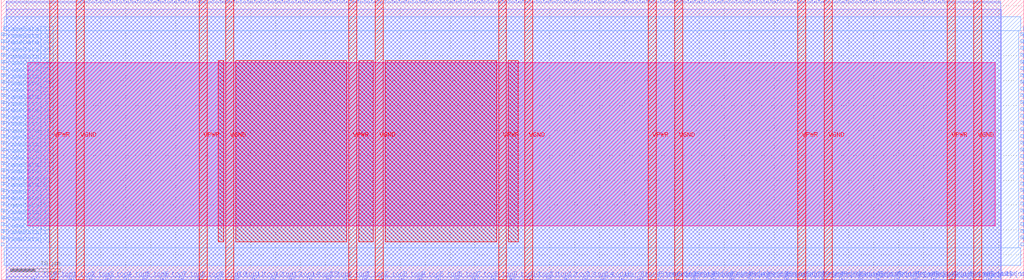
<source format=lef>
VERSION 5.7 ;
  NOWIREEXTENSIONATPIN ON ;
  DIVIDERCHAR "/" ;
  BUSBITCHARS "[]" ;
MACRO S_CPU_IF
  CLASS BLOCK ;
  FOREIGN S_CPU_IF ;
  ORIGIN 0.000 0.000 ;
  SIZE 205.000 BY 56.250 ;
  PIN Co
    DIRECTION OUTPUT ;
    USE SIGNAL ;
    PORT
      LAYER met2 ;
        RECT 87.950 55.970 88.230 56.250 ;
    END
  END Co
  PIN FrameData[0]
    DIRECTION INPUT ;
    USE SIGNAL ;
    ANTENNAGATEAREA 0.196500 ;
    PORT
      LAYER met3 ;
        RECT 0.000 6.840 0.600 7.440 ;
    END
  END FrameData[0]
  PIN FrameData[10]
    DIRECTION INPUT ;
    USE SIGNAL ;
    ANTENNAGATEAREA 0.213000 ;
    PORT
      LAYER met3 ;
        RECT 0.000 20.440 0.600 21.040 ;
    END
  END FrameData[10]
  PIN FrameData[11]
    DIRECTION INPUT ;
    USE SIGNAL ;
    ANTENNAGATEAREA 0.213000 ;
    PORT
      LAYER met3 ;
        RECT 0.000 21.800 0.600 22.400 ;
    END
  END FrameData[11]
  PIN FrameData[12]
    DIRECTION INPUT ;
    USE SIGNAL ;
    ANTENNAGATEAREA 0.213000 ;
    PORT
      LAYER met3 ;
        RECT 0.000 23.160 0.600 23.760 ;
    END
  END FrameData[12]
  PIN FrameData[13]
    DIRECTION INPUT ;
    USE SIGNAL ;
    ANTENNAGATEAREA 0.213000 ;
    PORT
      LAYER met3 ;
        RECT 0.000 24.520 0.600 25.120 ;
    END
  END FrameData[13]
  PIN FrameData[14]
    DIRECTION INPUT ;
    USE SIGNAL ;
    ANTENNAGATEAREA 0.196500 ;
    PORT
      LAYER met3 ;
        RECT 0.000 25.880 0.600 26.480 ;
    END
  END FrameData[14]
  PIN FrameData[15]
    DIRECTION INPUT ;
    USE SIGNAL ;
    ANTENNAGATEAREA 0.196500 ;
    PORT
      LAYER met3 ;
        RECT 0.000 27.240 0.600 27.840 ;
    END
  END FrameData[15]
  PIN FrameData[16]
    DIRECTION INPUT ;
    USE SIGNAL ;
    ANTENNAGATEAREA 0.196500 ;
    PORT
      LAYER met3 ;
        RECT 0.000 28.600 0.600 29.200 ;
    END
  END FrameData[16]
  PIN FrameData[17]
    DIRECTION INPUT ;
    USE SIGNAL ;
    ANTENNAGATEAREA 0.213000 ;
    PORT
      LAYER met3 ;
        RECT 0.000 29.960 0.600 30.560 ;
    END
  END FrameData[17]
  PIN FrameData[18]
    DIRECTION INPUT ;
    USE SIGNAL ;
    ANTENNAGATEAREA 0.196500 ;
    PORT
      LAYER met3 ;
        RECT 0.000 31.320 0.600 31.920 ;
    END
  END FrameData[18]
  PIN FrameData[19]
    DIRECTION INPUT ;
    USE SIGNAL ;
    ANTENNAGATEAREA 0.126000 ;
    PORT
      LAYER met3 ;
        RECT 0.000 32.680 0.600 33.280 ;
    END
  END FrameData[19]
  PIN FrameData[1]
    DIRECTION INPUT ;
    USE SIGNAL ;
    ANTENNAGATEAREA 0.126000 ;
    PORT
      LAYER met3 ;
        RECT 0.000 8.200 0.600 8.800 ;
    END
  END FrameData[1]
  PIN FrameData[20]
    DIRECTION INPUT ;
    USE SIGNAL ;
    ANTENNAGATEAREA 0.213000 ;
    PORT
      LAYER met3 ;
        RECT 0.000 34.040 0.600 34.640 ;
    END
  END FrameData[20]
  PIN FrameData[21]
    DIRECTION INPUT ;
    USE SIGNAL ;
    ANTENNAGATEAREA 0.213000 ;
    PORT
      LAYER met3 ;
        RECT 0.000 35.400 0.600 36.000 ;
    END
  END FrameData[21]
  PIN FrameData[22]
    DIRECTION INPUT ;
    USE SIGNAL ;
    ANTENNAGATEAREA 0.213000 ;
    PORT
      LAYER met3 ;
        RECT 0.000 36.760 0.600 37.360 ;
    END
  END FrameData[22]
  PIN FrameData[23]
    DIRECTION INPUT ;
    USE SIGNAL ;
    ANTENNAGATEAREA 0.213000 ;
    PORT
      LAYER met3 ;
        RECT 0.000 38.120 0.600 38.720 ;
    END
  END FrameData[23]
  PIN FrameData[24]
    DIRECTION INPUT ;
    USE SIGNAL ;
    ANTENNAGATEAREA 0.126000 ;
    PORT
      LAYER met3 ;
        RECT 0.000 39.480 0.600 40.080 ;
    END
  END FrameData[24]
  PIN FrameData[25]
    DIRECTION INPUT ;
    USE SIGNAL ;
    ANTENNAGATEAREA 0.213000 ;
    PORT
      LAYER met3 ;
        RECT 0.000 40.840 0.600 41.440 ;
    END
  END FrameData[25]
  PIN FrameData[26]
    DIRECTION INPUT ;
    USE SIGNAL ;
    ANTENNAGATEAREA 0.196500 ;
    PORT
      LAYER met3 ;
        RECT 0.000 42.200 0.600 42.800 ;
    END
  END FrameData[26]
  PIN FrameData[27]
    DIRECTION INPUT ;
    USE SIGNAL ;
    ANTENNAGATEAREA 0.196500 ;
    PORT
      LAYER met3 ;
        RECT 0.000 43.560 0.600 44.160 ;
    END
  END FrameData[27]
  PIN FrameData[28]
    DIRECTION INPUT ;
    USE SIGNAL ;
    ANTENNAGATEAREA 0.213000 ;
    PORT
      LAYER met3 ;
        RECT 0.000 44.920 0.600 45.520 ;
    END
  END FrameData[28]
  PIN FrameData[29]
    DIRECTION INPUT ;
    USE SIGNAL ;
    ANTENNAGATEAREA 0.213000 ;
    PORT
      LAYER met3 ;
        RECT 0.000 46.280 0.600 46.880 ;
    END
  END FrameData[29]
  PIN FrameData[2]
    DIRECTION INPUT ;
    USE SIGNAL ;
    ANTENNAGATEAREA 0.196500 ;
    PORT
      LAYER met3 ;
        RECT 0.000 9.560 0.600 10.160 ;
    END
  END FrameData[2]
  PIN FrameData[30]
    DIRECTION INPUT ;
    USE SIGNAL ;
    ANTENNAGATEAREA 0.126000 ;
    PORT
      LAYER met3 ;
        RECT 0.000 47.640 0.600 48.240 ;
    END
  END FrameData[30]
  PIN FrameData[31]
    DIRECTION INPUT ;
    USE SIGNAL ;
    ANTENNAGATEAREA 0.126000 ;
    PORT
      LAYER met3 ;
        RECT 0.000 49.000 0.600 49.600 ;
    END
  END FrameData[31]
  PIN FrameData[3]
    DIRECTION INPUT ;
    USE SIGNAL ;
    ANTENNAGATEAREA 0.196500 ;
    PORT
      LAYER met3 ;
        RECT 0.000 10.920 0.600 11.520 ;
    END
  END FrameData[3]
  PIN FrameData[4]
    DIRECTION INPUT ;
    USE SIGNAL ;
    ANTENNAGATEAREA 0.126000 ;
    PORT
      LAYER met3 ;
        RECT 0.000 12.280 0.600 12.880 ;
    END
  END FrameData[4]
  PIN FrameData[5]
    DIRECTION INPUT ;
    USE SIGNAL ;
    ANTENNAGATEAREA 0.213000 ;
    PORT
      LAYER met3 ;
        RECT 0.000 13.640 0.600 14.240 ;
    END
  END FrameData[5]
  PIN FrameData[6]
    DIRECTION INPUT ;
    USE SIGNAL ;
    ANTENNAGATEAREA 0.196500 ;
    PORT
      LAYER met3 ;
        RECT 0.000 15.000 0.600 15.600 ;
    END
  END FrameData[6]
  PIN FrameData[7]
    DIRECTION INPUT ;
    USE SIGNAL ;
    ANTENNAGATEAREA 0.126000 ;
    PORT
      LAYER met3 ;
        RECT 0.000 16.360 0.600 16.960 ;
    END
  END FrameData[7]
  PIN FrameData[8]
    DIRECTION INPUT ;
    USE SIGNAL ;
    ANTENNAGATEAREA 0.196500 ;
    PORT
      LAYER met3 ;
        RECT 0.000 17.720 0.600 18.320 ;
    END
  END FrameData[8]
  PIN FrameData[9]
    DIRECTION INPUT ;
    USE SIGNAL ;
    ANTENNAGATEAREA 0.196500 ;
    PORT
      LAYER met3 ;
        RECT 0.000 19.080 0.600 19.680 ;
    END
  END FrameData[9]
  PIN FrameData_O[0]
    DIRECTION OUTPUT ;
    USE SIGNAL ;
    ANTENNADIFFAREA 0.445500 ;
    PORT
      LAYER met3 ;
        RECT 204.400 6.840 205.000 7.440 ;
    END
  END FrameData_O[0]
  PIN FrameData_O[10]
    DIRECTION OUTPUT ;
    USE SIGNAL ;
    ANTENNADIFFAREA 0.445500 ;
    PORT
      LAYER met3 ;
        RECT 204.400 20.440 205.000 21.040 ;
    END
  END FrameData_O[10]
  PIN FrameData_O[11]
    DIRECTION OUTPUT ;
    USE SIGNAL ;
    ANTENNADIFFAREA 0.445500 ;
    PORT
      LAYER met3 ;
        RECT 204.400 21.800 205.000 22.400 ;
    END
  END FrameData_O[11]
  PIN FrameData_O[12]
    DIRECTION OUTPUT ;
    USE SIGNAL ;
    ANTENNADIFFAREA 0.445500 ;
    PORT
      LAYER met3 ;
        RECT 204.400 23.160 205.000 23.760 ;
    END
  END FrameData_O[12]
  PIN FrameData_O[13]
    DIRECTION OUTPUT ;
    USE SIGNAL ;
    ANTENNADIFFAREA 0.445500 ;
    PORT
      LAYER met3 ;
        RECT 204.400 24.520 205.000 25.120 ;
    END
  END FrameData_O[13]
  PIN FrameData_O[14]
    DIRECTION OUTPUT ;
    USE SIGNAL ;
    ANTENNADIFFAREA 0.445500 ;
    PORT
      LAYER met3 ;
        RECT 204.400 25.880 205.000 26.480 ;
    END
  END FrameData_O[14]
  PIN FrameData_O[15]
    DIRECTION OUTPUT ;
    USE SIGNAL ;
    ANTENNADIFFAREA 0.445500 ;
    PORT
      LAYER met3 ;
        RECT 204.400 27.240 205.000 27.840 ;
    END
  END FrameData_O[15]
  PIN FrameData_O[16]
    DIRECTION OUTPUT ;
    USE SIGNAL ;
    ANTENNADIFFAREA 0.445500 ;
    PORT
      LAYER met3 ;
        RECT 204.400 28.600 205.000 29.200 ;
    END
  END FrameData_O[16]
  PIN FrameData_O[17]
    DIRECTION OUTPUT ;
    USE SIGNAL ;
    ANTENNADIFFAREA 0.445500 ;
    PORT
      LAYER met3 ;
        RECT 204.400 29.960 205.000 30.560 ;
    END
  END FrameData_O[17]
  PIN FrameData_O[18]
    DIRECTION OUTPUT ;
    USE SIGNAL ;
    ANTENNADIFFAREA 0.445500 ;
    PORT
      LAYER met3 ;
        RECT 204.400 31.320 205.000 31.920 ;
    END
  END FrameData_O[18]
  PIN FrameData_O[19]
    DIRECTION OUTPUT ;
    USE SIGNAL ;
    ANTENNADIFFAREA 0.445500 ;
    PORT
      LAYER met3 ;
        RECT 204.400 32.680 205.000 33.280 ;
    END
  END FrameData_O[19]
  PIN FrameData_O[1]
    DIRECTION OUTPUT ;
    USE SIGNAL ;
    ANTENNADIFFAREA 0.445500 ;
    PORT
      LAYER met3 ;
        RECT 204.400 8.200 205.000 8.800 ;
    END
  END FrameData_O[1]
  PIN FrameData_O[20]
    DIRECTION OUTPUT ;
    USE SIGNAL ;
    ANTENNADIFFAREA 0.445500 ;
    PORT
      LAYER met3 ;
        RECT 204.400 34.040 205.000 34.640 ;
    END
  END FrameData_O[20]
  PIN FrameData_O[21]
    DIRECTION OUTPUT ;
    USE SIGNAL ;
    ANTENNADIFFAREA 0.445500 ;
    PORT
      LAYER met3 ;
        RECT 204.400 35.400 205.000 36.000 ;
    END
  END FrameData_O[21]
  PIN FrameData_O[22]
    DIRECTION OUTPUT ;
    USE SIGNAL ;
    ANTENNADIFFAREA 0.445500 ;
    PORT
      LAYER met3 ;
        RECT 204.400 36.760 205.000 37.360 ;
    END
  END FrameData_O[22]
  PIN FrameData_O[23]
    DIRECTION OUTPUT ;
    USE SIGNAL ;
    ANTENNADIFFAREA 0.445500 ;
    PORT
      LAYER met3 ;
        RECT 204.400 38.120 205.000 38.720 ;
    END
  END FrameData_O[23]
  PIN FrameData_O[24]
    DIRECTION OUTPUT ;
    USE SIGNAL ;
    ANTENNADIFFAREA 0.445500 ;
    PORT
      LAYER met3 ;
        RECT 204.400 39.480 205.000 40.080 ;
    END
  END FrameData_O[24]
  PIN FrameData_O[25]
    DIRECTION OUTPUT ;
    USE SIGNAL ;
    ANTENNADIFFAREA 0.445500 ;
    PORT
      LAYER met3 ;
        RECT 204.400 40.840 205.000 41.440 ;
    END
  END FrameData_O[25]
  PIN FrameData_O[26]
    DIRECTION OUTPUT ;
    USE SIGNAL ;
    ANTENNADIFFAREA 0.445500 ;
    PORT
      LAYER met3 ;
        RECT 204.400 42.200 205.000 42.800 ;
    END
  END FrameData_O[26]
  PIN FrameData_O[27]
    DIRECTION OUTPUT ;
    USE SIGNAL ;
    ANTENNADIFFAREA 0.445500 ;
    PORT
      LAYER met3 ;
        RECT 204.400 43.560 205.000 44.160 ;
    END
  END FrameData_O[27]
  PIN FrameData_O[28]
    DIRECTION OUTPUT ;
    USE SIGNAL ;
    ANTENNADIFFAREA 0.445500 ;
    PORT
      LAYER met3 ;
        RECT 204.400 44.920 205.000 45.520 ;
    END
  END FrameData_O[28]
  PIN FrameData_O[29]
    DIRECTION OUTPUT ;
    USE SIGNAL ;
    ANTENNADIFFAREA 0.445500 ;
    PORT
      LAYER met3 ;
        RECT 204.400 46.280 205.000 46.880 ;
    END
  END FrameData_O[29]
  PIN FrameData_O[2]
    DIRECTION OUTPUT ;
    USE SIGNAL ;
    ANTENNADIFFAREA 0.445500 ;
    PORT
      LAYER met3 ;
        RECT 204.400 9.560 205.000 10.160 ;
    END
  END FrameData_O[2]
  PIN FrameData_O[30]
    DIRECTION OUTPUT ;
    USE SIGNAL ;
    ANTENNADIFFAREA 0.445500 ;
    PORT
      LAYER met3 ;
        RECT 204.400 47.640 205.000 48.240 ;
    END
  END FrameData_O[30]
  PIN FrameData_O[31]
    DIRECTION OUTPUT ;
    USE SIGNAL ;
    ANTENNADIFFAREA 0.445500 ;
    PORT
      LAYER met3 ;
        RECT 204.400 49.000 205.000 49.600 ;
    END
  END FrameData_O[31]
  PIN FrameData_O[3]
    DIRECTION OUTPUT ;
    USE SIGNAL ;
    ANTENNADIFFAREA 0.445500 ;
    PORT
      LAYER met3 ;
        RECT 204.400 10.920 205.000 11.520 ;
    END
  END FrameData_O[3]
  PIN FrameData_O[4]
    DIRECTION OUTPUT ;
    USE SIGNAL ;
    ANTENNADIFFAREA 0.445500 ;
    PORT
      LAYER met3 ;
        RECT 204.400 12.280 205.000 12.880 ;
    END
  END FrameData_O[4]
  PIN FrameData_O[5]
    DIRECTION OUTPUT ;
    USE SIGNAL ;
    ANTENNADIFFAREA 0.445500 ;
    PORT
      LAYER met3 ;
        RECT 204.400 13.640 205.000 14.240 ;
    END
  END FrameData_O[5]
  PIN FrameData_O[6]
    DIRECTION OUTPUT ;
    USE SIGNAL ;
    ANTENNADIFFAREA 0.445500 ;
    PORT
      LAYER met3 ;
        RECT 204.400 15.000 205.000 15.600 ;
    END
  END FrameData_O[6]
  PIN FrameData_O[7]
    DIRECTION OUTPUT ;
    USE SIGNAL ;
    ANTENNADIFFAREA 0.445500 ;
    PORT
      LAYER met3 ;
        RECT 204.400 16.360 205.000 16.960 ;
    END
  END FrameData_O[7]
  PIN FrameData_O[8]
    DIRECTION OUTPUT ;
    USE SIGNAL ;
    ANTENNADIFFAREA 0.445500 ;
    PORT
      LAYER met3 ;
        RECT 204.400 17.720 205.000 18.320 ;
    END
  END FrameData_O[8]
  PIN FrameData_O[9]
    DIRECTION OUTPUT ;
    USE SIGNAL ;
    ANTENNADIFFAREA 0.445500 ;
    PORT
      LAYER met3 ;
        RECT 204.400 19.080 205.000 19.680 ;
    END
  END FrameData_O[9]
  PIN FrameStrobe[0]
    DIRECTION INPUT ;
    USE SIGNAL ;
    ANTENNAGATEAREA 0.213000 ;
    PORT
      LAYER met2 ;
        RECT 127.970 0.000 128.250 0.280 ;
    END
  END FrameStrobe[0]
  PIN FrameStrobe[10]
    DIRECTION INPUT ;
    USE SIGNAL ;
    ANTENNAGATEAREA 0.196500 ;
    PORT
      LAYER met2 ;
        RECT 164.770 0.000 165.050 0.280 ;
    END
  END FrameStrobe[10]
  PIN FrameStrobe[11]
    DIRECTION INPUT ;
    USE SIGNAL ;
    ANTENNAGATEAREA 0.196500 ;
    PORT
      LAYER met2 ;
        RECT 168.450 0.000 168.730 0.280 ;
    END
  END FrameStrobe[11]
  PIN FrameStrobe[12]
    DIRECTION INPUT ;
    USE SIGNAL ;
    ANTENNAGATEAREA 0.196500 ;
    PORT
      LAYER met2 ;
        RECT 172.130 0.000 172.410 0.280 ;
    END
  END FrameStrobe[12]
  PIN FrameStrobe[13]
    DIRECTION INPUT ;
    USE SIGNAL ;
    ANTENNAGATEAREA 0.196500 ;
    PORT
      LAYER met2 ;
        RECT 175.810 0.000 176.090 0.280 ;
    END
  END FrameStrobe[13]
  PIN FrameStrobe[14]
    DIRECTION INPUT ;
    USE SIGNAL ;
    ANTENNAGATEAREA 0.196500 ;
    PORT
      LAYER met2 ;
        RECT 179.490 0.000 179.770 0.280 ;
    END
  END FrameStrobe[14]
  PIN FrameStrobe[15]
    DIRECTION INPUT ;
    USE SIGNAL ;
    ANTENNAGATEAREA 0.196500 ;
    PORT
      LAYER met2 ;
        RECT 183.170 0.000 183.450 0.280 ;
    END
  END FrameStrobe[15]
  PIN FrameStrobe[16]
    DIRECTION INPUT ;
    USE SIGNAL ;
    ANTENNAGATEAREA 0.196500 ;
    PORT
      LAYER met2 ;
        RECT 186.850 0.000 187.130 0.280 ;
    END
  END FrameStrobe[16]
  PIN FrameStrobe[17]
    DIRECTION INPUT ;
    USE SIGNAL ;
    ANTENNAGATEAREA 0.196500 ;
    PORT
      LAYER met2 ;
        RECT 190.530 0.000 190.810 0.280 ;
    END
  END FrameStrobe[17]
  PIN FrameStrobe[18]
    DIRECTION INPUT ;
    USE SIGNAL ;
    ANTENNAGATEAREA 0.196500 ;
    PORT
      LAYER met2 ;
        RECT 194.210 0.000 194.490 0.280 ;
    END
  END FrameStrobe[18]
  PIN FrameStrobe[19]
    DIRECTION INPUT ;
    USE SIGNAL ;
    ANTENNAGATEAREA 0.196500 ;
    PORT
      LAYER met2 ;
        RECT 197.890 0.000 198.170 0.280 ;
    END
  END FrameStrobe[19]
  PIN FrameStrobe[1]
    DIRECTION INPUT ;
    USE SIGNAL ;
    ANTENNAGATEAREA 0.213000 ;
    PORT
      LAYER met2 ;
        RECT 131.650 0.000 131.930 0.280 ;
    END
  END FrameStrobe[1]
  PIN FrameStrobe[2]
    DIRECTION INPUT ;
    USE SIGNAL ;
    ANTENNAGATEAREA 0.213000 ;
    PORT
      LAYER met2 ;
        RECT 135.330 0.000 135.610 0.280 ;
    END
  END FrameStrobe[2]
  PIN FrameStrobe[3]
    DIRECTION INPUT ;
    USE SIGNAL ;
    ANTENNAGATEAREA 0.631200 ;
    ANTENNADIFFAREA 0.434700 ;
    PORT
      LAYER met2 ;
        RECT 139.010 0.000 139.290 0.280 ;
    END
  END FrameStrobe[3]
  PIN FrameStrobe[4]
    DIRECTION INPUT ;
    USE SIGNAL ;
    ANTENNAGATEAREA 0.196500 ;
    PORT
      LAYER met2 ;
        RECT 142.690 0.000 142.970 0.280 ;
    END
  END FrameStrobe[4]
  PIN FrameStrobe[5]
    DIRECTION INPUT ;
    USE SIGNAL ;
    ANTENNAGATEAREA 0.196500 ;
    PORT
      LAYER met2 ;
        RECT 146.370 0.000 146.650 0.280 ;
    END
  END FrameStrobe[5]
  PIN FrameStrobe[6]
    DIRECTION INPUT ;
    USE SIGNAL ;
    ANTENNAGATEAREA 0.196500 ;
    PORT
      LAYER met2 ;
        RECT 150.050 0.000 150.330 0.280 ;
    END
  END FrameStrobe[6]
  PIN FrameStrobe[7]
    DIRECTION INPUT ;
    USE SIGNAL ;
    ANTENNAGATEAREA 0.196500 ;
    PORT
      LAYER met2 ;
        RECT 153.730 0.000 154.010 0.280 ;
    END
  END FrameStrobe[7]
  PIN FrameStrobe[8]
    DIRECTION INPUT ;
    USE SIGNAL ;
    ANTENNAGATEAREA 0.196500 ;
    PORT
      LAYER met2 ;
        RECT 157.410 0.000 157.690 0.280 ;
    END
  END FrameStrobe[8]
  PIN FrameStrobe[9]
    DIRECTION INPUT ;
    USE SIGNAL ;
    ANTENNAGATEAREA 0.196500 ;
    PORT
      LAYER met2 ;
        RECT 161.090 0.000 161.370 0.280 ;
    END
  END FrameStrobe[9]
  PIN FrameStrobe_O[0]
    DIRECTION OUTPUT ;
    USE SIGNAL ;
    ANTENNADIFFAREA 0.445500 ;
    PORT
      LAYER met2 ;
        RECT 162.470 55.970 162.750 56.250 ;
    END
  END FrameStrobe_O[0]
  PIN FrameStrobe_O[10]
    DIRECTION OUTPUT ;
    USE SIGNAL ;
    ANTENNADIFFAREA 0.445500 ;
    PORT
      LAYER met2 ;
        RECT 176.270 55.970 176.550 56.250 ;
    END
  END FrameStrobe_O[10]
  PIN FrameStrobe_O[11]
    DIRECTION OUTPUT ;
    USE SIGNAL ;
    ANTENNADIFFAREA 0.445500 ;
    PORT
      LAYER met2 ;
        RECT 177.650 55.970 177.930 56.250 ;
    END
  END FrameStrobe_O[11]
  PIN FrameStrobe_O[12]
    DIRECTION OUTPUT ;
    USE SIGNAL ;
    ANTENNADIFFAREA 0.445500 ;
    PORT
      LAYER met2 ;
        RECT 179.030 55.970 179.310 56.250 ;
    END
  END FrameStrobe_O[12]
  PIN FrameStrobe_O[13]
    DIRECTION OUTPUT ;
    USE SIGNAL ;
    ANTENNADIFFAREA 0.445500 ;
    PORT
      LAYER met2 ;
        RECT 180.410 55.970 180.690 56.250 ;
    END
  END FrameStrobe_O[13]
  PIN FrameStrobe_O[14]
    DIRECTION OUTPUT ;
    USE SIGNAL ;
    ANTENNADIFFAREA 0.445500 ;
    PORT
      LAYER met2 ;
        RECT 181.790 55.970 182.070 56.250 ;
    END
  END FrameStrobe_O[14]
  PIN FrameStrobe_O[15]
    DIRECTION OUTPUT ;
    USE SIGNAL ;
    ANTENNADIFFAREA 0.445500 ;
    PORT
      LAYER met2 ;
        RECT 183.170 55.970 183.450 56.250 ;
    END
  END FrameStrobe_O[15]
  PIN FrameStrobe_O[16]
    DIRECTION OUTPUT ;
    USE SIGNAL ;
    ANTENNADIFFAREA 0.445500 ;
    PORT
      LAYER met2 ;
        RECT 184.550 55.970 184.830 56.250 ;
    END
  END FrameStrobe_O[16]
  PIN FrameStrobe_O[17]
    DIRECTION OUTPUT ;
    USE SIGNAL ;
    ANTENNADIFFAREA 0.445500 ;
    PORT
      LAYER met2 ;
        RECT 185.930 55.970 186.210 56.250 ;
    END
  END FrameStrobe_O[17]
  PIN FrameStrobe_O[18]
    DIRECTION OUTPUT ;
    USE SIGNAL ;
    ANTENNADIFFAREA 0.445500 ;
    PORT
      LAYER met2 ;
        RECT 187.310 55.970 187.590 56.250 ;
    END
  END FrameStrobe_O[18]
  PIN FrameStrobe_O[19]
    DIRECTION OUTPUT ;
    USE SIGNAL ;
    ANTENNADIFFAREA 0.445500 ;
    PORT
      LAYER met2 ;
        RECT 188.690 55.970 188.970 56.250 ;
    END
  END FrameStrobe_O[19]
  PIN FrameStrobe_O[1]
    DIRECTION OUTPUT ;
    USE SIGNAL ;
    ANTENNADIFFAREA 0.445500 ;
    PORT
      LAYER met2 ;
        RECT 163.850 55.970 164.130 56.250 ;
    END
  END FrameStrobe_O[1]
  PIN FrameStrobe_O[2]
    DIRECTION OUTPUT ;
    USE SIGNAL ;
    ANTENNADIFFAREA 0.445500 ;
    PORT
      LAYER met2 ;
        RECT 165.230 55.970 165.510 56.250 ;
    END
  END FrameStrobe_O[2]
  PIN FrameStrobe_O[3]
    DIRECTION OUTPUT ;
    USE SIGNAL ;
    ANTENNADIFFAREA 0.445500 ;
    PORT
      LAYER met2 ;
        RECT 166.610 55.970 166.890 56.250 ;
    END
  END FrameStrobe_O[3]
  PIN FrameStrobe_O[4]
    DIRECTION OUTPUT ;
    USE SIGNAL ;
    ANTENNADIFFAREA 0.445500 ;
    PORT
      LAYER met2 ;
        RECT 167.990 55.970 168.270 56.250 ;
    END
  END FrameStrobe_O[4]
  PIN FrameStrobe_O[5]
    DIRECTION OUTPUT ;
    USE SIGNAL ;
    ANTENNADIFFAREA 0.445500 ;
    PORT
      LAYER met2 ;
        RECT 169.370 55.970 169.650 56.250 ;
    END
  END FrameStrobe_O[5]
  PIN FrameStrobe_O[6]
    DIRECTION OUTPUT ;
    USE SIGNAL ;
    ANTENNADIFFAREA 0.445500 ;
    PORT
      LAYER met2 ;
        RECT 170.750 55.970 171.030 56.250 ;
    END
  END FrameStrobe_O[6]
  PIN FrameStrobe_O[7]
    DIRECTION OUTPUT ;
    USE SIGNAL ;
    ANTENNADIFFAREA 0.445500 ;
    PORT
      LAYER met2 ;
        RECT 172.130 55.970 172.410 56.250 ;
    END
  END FrameStrobe_O[7]
  PIN FrameStrobe_O[8]
    DIRECTION OUTPUT ;
    USE SIGNAL ;
    ANTENNADIFFAREA 0.445500 ;
    PORT
      LAYER met2 ;
        RECT 173.510 55.970 173.790 56.250 ;
    END
  END FrameStrobe_O[8]
  PIN FrameStrobe_O[9]
    DIRECTION OUTPUT ;
    USE SIGNAL ;
    ANTENNADIFFAREA 0.445500 ;
    PORT
      LAYER met2 ;
        RECT 174.890 55.970 175.170 56.250 ;
    END
  END FrameStrobe_O[9]
  PIN I_top0
    DIRECTION OUTPUT ;
    USE SIGNAL ;
    ANTENNADIFFAREA 0.445500 ;
    PORT
      LAYER met2 ;
        RECT 65.410 0.000 65.690 0.280 ;
    END
  END I_top0
  PIN I_top1
    DIRECTION OUTPUT ;
    USE SIGNAL ;
    ANTENNADIFFAREA 0.445500 ;
    PORT
      LAYER met2 ;
        RECT 69.090 0.000 69.370 0.280 ;
    END
  END I_top1
  PIN I_top10
    DIRECTION OUTPUT ;
    USE SIGNAL ;
    ANTENNADIFFAREA 0.445500 ;
    PORT
      LAYER met2 ;
        RECT 102.210 0.000 102.490 0.280 ;
    END
  END I_top10
  PIN I_top11
    DIRECTION OUTPUT ;
    USE SIGNAL ;
    ANTENNADIFFAREA 0.445500 ;
    PORT
      LAYER met2 ;
        RECT 105.890 0.000 106.170 0.280 ;
    END
  END I_top11
  PIN I_top12
    DIRECTION OUTPUT ;
    USE SIGNAL ;
    ANTENNADIFFAREA 0.445500 ;
    PORT
      LAYER met2 ;
        RECT 109.570 0.000 109.850 0.280 ;
    END
  END I_top12
  PIN I_top13
    DIRECTION OUTPUT ;
    USE SIGNAL ;
    ANTENNADIFFAREA 0.445500 ;
    PORT
      LAYER met2 ;
        RECT 113.250 0.000 113.530 0.280 ;
    END
  END I_top13
  PIN I_top14
    DIRECTION OUTPUT ;
    USE SIGNAL ;
    ANTENNADIFFAREA 0.445500 ;
    PORT
      LAYER met2 ;
        RECT 116.930 0.000 117.210 0.280 ;
    END
  END I_top14
  PIN I_top15
    DIRECTION OUTPUT ;
    USE SIGNAL ;
    ANTENNADIFFAREA 0.445500 ;
    PORT
      LAYER met2 ;
        RECT 120.610 0.000 120.890 0.280 ;
    END
  END I_top15
  PIN I_top2
    DIRECTION OUTPUT ;
    USE SIGNAL ;
    ANTENNADIFFAREA 0.445500 ;
    PORT
      LAYER met2 ;
        RECT 72.770 0.000 73.050 0.280 ;
    END
  END I_top2
  PIN I_top3
    DIRECTION OUTPUT ;
    USE SIGNAL ;
    ANTENNADIFFAREA 0.445500 ;
    PORT
      LAYER met2 ;
        RECT 76.450 0.000 76.730 0.280 ;
    END
  END I_top3
  PIN I_top4
    DIRECTION OUTPUT ;
    USE SIGNAL ;
    ANTENNADIFFAREA 0.445500 ;
    PORT
      LAYER met2 ;
        RECT 80.130 0.000 80.410 0.280 ;
    END
  END I_top4
  PIN I_top5
    DIRECTION OUTPUT ;
    USE SIGNAL ;
    ANTENNADIFFAREA 0.445500 ;
    PORT
      LAYER met2 ;
        RECT 83.810 0.000 84.090 0.280 ;
    END
  END I_top5
  PIN I_top6
    DIRECTION OUTPUT ;
    USE SIGNAL ;
    ANTENNADIFFAREA 0.445500 ;
    PORT
      LAYER met2 ;
        RECT 87.490 0.000 87.770 0.280 ;
    END
  END I_top6
  PIN I_top7
    DIRECTION OUTPUT ;
    USE SIGNAL ;
    ANTENNADIFFAREA 0.445500 ;
    PORT
      LAYER met2 ;
        RECT 91.170 0.000 91.450 0.280 ;
    END
  END I_top7
  PIN I_top8
    DIRECTION OUTPUT ;
    USE SIGNAL ;
    ANTENNADIFFAREA 0.445500 ;
    PORT
      LAYER met2 ;
        RECT 94.850 0.000 95.130 0.280 ;
    END
  END I_top8
  PIN I_top9
    DIRECTION OUTPUT ;
    USE SIGNAL ;
    ANTENNADIFFAREA 0.445500 ;
    PORT
      LAYER met2 ;
        RECT 98.530 0.000 98.810 0.280 ;
    END
  END I_top9
  PIN N1BEG[0]
    DIRECTION OUTPUT ;
    USE SIGNAL ;
    ANTENNADIFFAREA 0.445500 ;
    PORT
      LAYER met2 ;
        RECT 16.190 55.970 16.470 56.250 ;
    END
  END N1BEG[0]
  PIN N1BEG[1]
    DIRECTION OUTPUT ;
    USE SIGNAL ;
    ANTENNADIFFAREA 0.445500 ;
    PORT
      LAYER met2 ;
        RECT 17.570 55.970 17.850 56.250 ;
    END
  END N1BEG[1]
  PIN N1BEG[2]
    DIRECTION OUTPUT ;
    USE SIGNAL ;
    ANTENNADIFFAREA 0.445500 ;
    PORT
      LAYER met2 ;
        RECT 18.950 55.970 19.230 56.250 ;
    END
  END N1BEG[2]
  PIN N1BEG[3]
    DIRECTION OUTPUT ;
    USE SIGNAL ;
    ANTENNADIFFAREA 0.445500 ;
    PORT
      LAYER met2 ;
        RECT 20.330 55.970 20.610 56.250 ;
    END
  END N1BEG[3]
  PIN N2BEG[0]
    DIRECTION OUTPUT ;
    USE SIGNAL ;
    ANTENNADIFFAREA 0.445500 ;
    PORT
      LAYER met2 ;
        RECT 21.710 55.970 21.990 56.250 ;
    END
  END N2BEG[0]
  PIN N2BEG[1]
    DIRECTION OUTPUT ;
    USE SIGNAL ;
    ANTENNADIFFAREA 0.445500 ;
    PORT
      LAYER met2 ;
        RECT 23.090 55.970 23.370 56.250 ;
    END
  END N2BEG[1]
  PIN N2BEG[2]
    DIRECTION OUTPUT ;
    USE SIGNAL ;
    ANTENNADIFFAREA 0.445500 ;
    PORT
      LAYER met2 ;
        RECT 24.470 55.970 24.750 56.250 ;
    END
  END N2BEG[2]
  PIN N2BEG[3]
    DIRECTION OUTPUT ;
    USE SIGNAL ;
    ANTENNADIFFAREA 0.445500 ;
    PORT
      LAYER met2 ;
        RECT 25.850 55.970 26.130 56.250 ;
    END
  END N2BEG[3]
  PIN N2BEG[4]
    DIRECTION OUTPUT ;
    USE SIGNAL ;
    ANTENNADIFFAREA 0.445500 ;
    PORT
      LAYER met2 ;
        RECT 27.230 55.970 27.510 56.250 ;
    END
  END N2BEG[4]
  PIN N2BEG[5]
    DIRECTION OUTPUT ;
    USE SIGNAL ;
    ANTENNADIFFAREA 0.445500 ;
    PORT
      LAYER met2 ;
        RECT 28.610 55.970 28.890 56.250 ;
    END
  END N2BEG[5]
  PIN N2BEG[6]
    DIRECTION OUTPUT ;
    USE SIGNAL ;
    ANTENNADIFFAREA 0.445500 ;
    PORT
      LAYER met2 ;
        RECT 29.990 55.970 30.270 56.250 ;
    END
  END N2BEG[6]
  PIN N2BEG[7]
    DIRECTION OUTPUT ;
    USE SIGNAL ;
    ANTENNADIFFAREA 0.445500 ;
    PORT
      LAYER met2 ;
        RECT 31.370 55.970 31.650 56.250 ;
    END
  END N2BEG[7]
  PIN N2BEGb[0]
    DIRECTION OUTPUT ;
    USE SIGNAL ;
    ANTENNADIFFAREA 0.445500 ;
    PORT
      LAYER met2 ;
        RECT 32.750 55.970 33.030 56.250 ;
    END
  END N2BEGb[0]
  PIN N2BEGb[1]
    DIRECTION OUTPUT ;
    USE SIGNAL ;
    ANTENNADIFFAREA 0.445500 ;
    PORT
      LAYER met2 ;
        RECT 34.130 55.970 34.410 56.250 ;
    END
  END N2BEGb[1]
  PIN N2BEGb[2]
    DIRECTION OUTPUT ;
    USE SIGNAL ;
    ANTENNADIFFAREA 0.445500 ;
    PORT
      LAYER met2 ;
        RECT 35.510 55.970 35.790 56.250 ;
    END
  END N2BEGb[2]
  PIN N2BEGb[3]
    DIRECTION OUTPUT ;
    USE SIGNAL ;
    ANTENNADIFFAREA 0.445500 ;
    PORT
      LAYER met2 ;
        RECT 36.890 55.970 37.170 56.250 ;
    END
  END N2BEGb[3]
  PIN N2BEGb[4]
    DIRECTION OUTPUT ;
    USE SIGNAL ;
    ANTENNADIFFAREA 0.445500 ;
    PORT
      LAYER met2 ;
        RECT 38.270 55.970 38.550 56.250 ;
    END
  END N2BEGb[4]
  PIN N2BEGb[5]
    DIRECTION OUTPUT ;
    USE SIGNAL ;
    ANTENNADIFFAREA 0.445500 ;
    PORT
      LAYER met2 ;
        RECT 39.650 55.970 39.930 56.250 ;
    END
  END N2BEGb[5]
  PIN N2BEGb[6]
    DIRECTION OUTPUT ;
    USE SIGNAL ;
    ANTENNADIFFAREA 0.445500 ;
    PORT
      LAYER met2 ;
        RECT 41.030 55.970 41.310 56.250 ;
    END
  END N2BEGb[6]
  PIN N2BEGb[7]
    DIRECTION OUTPUT ;
    USE SIGNAL ;
    ANTENNADIFFAREA 0.445500 ;
    PORT
      LAYER met2 ;
        RECT 42.410 55.970 42.690 56.250 ;
    END
  END N2BEGb[7]
  PIN N4BEG[0]
    DIRECTION OUTPUT ;
    USE SIGNAL ;
    ANTENNADIFFAREA 0.445500 ;
    PORT
      LAYER met2 ;
        RECT 43.790 55.970 44.070 56.250 ;
    END
  END N4BEG[0]
  PIN N4BEG[10]
    DIRECTION OUTPUT ;
    USE SIGNAL ;
    ANTENNADIFFAREA 0.445500 ;
    PORT
      LAYER met2 ;
        RECT 57.590 55.970 57.870 56.250 ;
    END
  END N4BEG[10]
  PIN N4BEG[11]
    DIRECTION OUTPUT ;
    USE SIGNAL ;
    ANTENNADIFFAREA 0.445500 ;
    PORT
      LAYER met2 ;
        RECT 58.970 55.970 59.250 56.250 ;
    END
  END N4BEG[11]
  PIN N4BEG[12]
    DIRECTION OUTPUT ;
    USE SIGNAL ;
    ANTENNADIFFAREA 0.445500 ;
    PORT
      LAYER met2 ;
        RECT 60.350 55.970 60.630 56.250 ;
    END
  END N4BEG[12]
  PIN N4BEG[13]
    DIRECTION OUTPUT ;
    USE SIGNAL ;
    ANTENNADIFFAREA 0.445500 ;
    PORT
      LAYER met2 ;
        RECT 61.730 55.970 62.010 56.250 ;
    END
  END N4BEG[13]
  PIN N4BEG[14]
    DIRECTION OUTPUT ;
    USE SIGNAL ;
    ANTENNADIFFAREA 0.445500 ;
    PORT
      LAYER met2 ;
        RECT 63.110 55.970 63.390 56.250 ;
    END
  END N4BEG[14]
  PIN N4BEG[15]
    DIRECTION OUTPUT ;
    USE SIGNAL ;
    ANTENNADIFFAREA 0.445500 ;
    PORT
      LAYER met2 ;
        RECT 64.490 55.970 64.770 56.250 ;
    END
  END N4BEG[15]
  PIN N4BEG[1]
    DIRECTION OUTPUT ;
    USE SIGNAL ;
    ANTENNADIFFAREA 0.445500 ;
    PORT
      LAYER met2 ;
        RECT 45.170 55.970 45.450 56.250 ;
    END
  END N4BEG[1]
  PIN N4BEG[2]
    DIRECTION OUTPUT ;
    USE SIGNAL ;
    ANTENNADIFFAREA 0.445500 ;
    PORT
      LAYER met2 ;
        RECT 46.550 55.970 46.830 56.250 ;
    END
  END N4BEG[2]
  PIN N4BEG[3]
    DIRECTION OUTPUT ;
    USE SIGNAL ;
    ANTENNADIFFAREA 0.445500 ;
    PORT
      LAYER met2 ;
        RECT 47.930 55.970 48.210 56.250 ;
    END
  END N4BEG[3]
  PIN N4BEG[4]
    DIRECTION OUTPUT ;
    USE SIGNAL ;
    ANTENNADIFFAREA 0.445500 ;
    PORT
      LAYER met2 ;
        RECT 49.310 55.970 49.590 56.250 ;
    END
  END N4BEG[4]
  PIN N4BEG[5]
    DIRECTION OUTPUT ;
    USE SIGNAL ;
    ANTENNADIFFAREA 0.445500 ;
    PORT
      LAYER met2 ;
        RECT 50.690 55.970 50.970 56.250 ;
    END
  END N4BEG[5]
  PIN N4BEG[6]
    DIRECTION OUTPUT ;
    USE SIGNAL ;
    ANTENNADIFFAREA 0.445500 ;
    PORT
      LAYER met2 ;
        RECT 52.070 55.970 52.350 56.250 ;
    END
  END N4BEG[6]
  PIN N4BEG[7]
    DIRECTION OUTPUT ;
    USE SIGNAL ;
    ANTENNADIFFAREA 0.445500 ;
    PORT
      LAYER met2 ;
        RECT 53.450 55.970 53.730 56.250 ;
    END
  END N4BEG[7]
  PIN N4BEG[8]
    DIRECTION OUTPUT ;
    USE SIGNAL ;
    ANTENNADIFFAREA 0.445500 ;
    PORT
      LAYER met2 ;
        RECT 54.830 55.970 55.110 56.250 ;
    END
  END N4BEG[8]
  PIN N4BEG[9]
    DIRECTION OUTPUT ;
    USE SIGNAL ;
    ANTENNADIFFAREA 0.445500 ;
    PORT
      LAYER met2 ;
        RECT 56.210 55.970 56.490 56.250 ;
    END
  END N4BEG[9]
  PIN NN4BEG[0]
    DIRECTION OUTPUT ;
    USE SIGNAL ;
    ANTENNADIFFAREA 0.445500 ;
    PORT
      LAYER met2 ;
        RECT 65.870 55.970 66.150 56.250 ;
    END
  END NN4BEG[0]
  PIN NN4BEG[10]
    DIRECTION OUTPUT ;
    USE SIGNAL ;
    ANTENNADIFFAREA 0.445500 ;
    PORT
      LAYER met2 ;
        RECT 79.670 55.970 79.950 56.250 ;
    END
  END NN4BEG[10]
  PIN NN4BEG[11]
    DIRECTION OUTPUT ;
    USE SIGNAL ;
    ANTENNADIFFAREA 0.445500 ;
    PORT
      LAYER met2 ;
        RECT 81.050 55.970 81.330 56.250 ;
    END
  END NN4BEG[11]
  PIN NN4BEG[12]
    DIRECTION OUTPUT ;
    USE SIGNAL ;
    ANTENNADIFFAREA 0.445500 ;
    PORT
      LAYER met2 ;
        RECT 82.430 55.970 82.710 56.250 ;
    END
  END NN4BEG[12]
  PIN NN4BEG[13]
    DIRECTION OUTPUT ;
    USE SIGNAL ;
    ANTENNADIFFAREA 0.445500 ;
    PORT
      LAYER met2 ;
        RECT 83.810 55.970 84.090 56.250 ;
    END
  END NN4BEG[13]
  PIN NN4BEG[14]
    DIRECTION OUTPUT ;
    USE SIGNAL ;
    ANTENNADIFFAREA 0.445500 ;
    PORT
      LAYER met2 ;
        RECT 85.190 55.970 85.470 56.250 ;
    END
  END NN4BEG[14]
  PIN NN4BEG[15]
    DIRECTION OUTPUT ;
    USE SIGNAL ;
    ANTENNADIFFAREA 0.445500 ;
    PORT
      LAYER met2 ;
        RECT 86.570 55.970 86.850 56.250 ;
    END
  END NN4BEG[15]
  PIN NN4BEG[1]
    DIRECTION OUTPUT ;
    USE SIGNAL ;
    ANTENNADIFFAREA 0.445500 ;
    PORT
      LAYER met2 ;
        RECT 67.250 55.970 67.530 56.250 ;
    END
  END NN4BEG[1]
  PIN NN4BEG[2]
    DIRECTION OUTPUT ;
    USE SIGNAL ;
    ANTENNADIFFAREA 0.445500 ;
    PORT
      LAYER met2 ;
        RECT 68.630 55.970 68.910 56.250 ;
    END
  END NN4BEG[2]
  PIN NN4BEG[3]
    DIRECTION OUTPUT ;
    USE SIGNAL ;
    ANTENNADIFFAREA 0.445500 ;
    PORT
      LAYER met2 ;
        RECT 70.010 55.970 70.290 56.250 ;
    END
  END NN4BEG[3]
  PIN NN4BEG[4]
    DIRECTION OUTPUT ;
    USE SIGNAL ;
    ANTENNADIFFAREA 0.445500 ;
    PORT
      LAYER met2 ;
        RECT 71.390 55.970 71.670 56.250 ;
    END
  END NN4BEG[4]
  PIN NN4BEG[5]
    DIRECTION OUTPUT ;
    USE SIGNAL ;
    ANTENNADIFFAREA 0.445500 ;
    PORT
      LAYER met2 ;
        RECT 72.770 55.970 73.050 56.250 ;
    END
  END NN4BEG[5]
  PIN NN4BEG[6]
    DIRECTION OUTPUT ;
    USE SIGNAL ;
    ANTENNADIFFAREA 0.445500 ;
    PORT
      LAYER met2 ;
        RECT 74.150 55.970 74.430 56.250 ;
    END
  END NN4BEG[6]
  PIN NN4BEG[7]
    DIRECTION OUTPUT ;
    USE SIGNAL ;
    ANTENNADIFFAREA 0.445500 ;
    PORT
      LAYER met2 ;
        RECT 75.530 55.970 75.810 56.250 ;
    END
  END NN4BEG[7]
  PIN NN4BEG[8]
    DIRECTION OUTPUT ;
    USE SIGNAL ;
    ANTENNADIFFAREA 0.445500 ;
    PORT
      LAYER met2 ;
        RECT 76.910 55.970 77.190 56.250 ;
    END
  END NN4BEG[8]
  PIN NN4BEG[9]
    DIRECTION OUTPUT ;
    USE SIGNAL ;
    ANTENNADIFFAREA 0.445500 ;
    PORT
      LAYER met2 ;
        RECT 78.290 55.970 78.570 56.250 ;
    END
  END NN4BEG[9]
  PIN O_top0
    DIRECTION INPUT ;
    USE SIGNAL ;
    ANTENNAGATEAREA 0.126000 ;
    PORT
      LAYER met2 ;
        RECT 6.530 0.000 6.810 0.280 ;
    END
  END O_top0
  PIN O_top1
    DIRECTION INPUT ;
    USE SIGNAL ;
    ANTENNAGATEAREA 0.196500 ;
    PORT
      LAYER met2 ;
        RECT 10.210 0.000 10.490 0.280 ;
    END
  END O_top1
  PIN O_top10
    DIRECTION INPUT ;
    USE SIGNAL ;
    ANTENNAGATEAREA 0.213000 ;
    PORT
      LAYER met2 ;
        RECT 43.330 0.000 43.610 0.280 ;
    END
  END O_top10
  PIN O_top11
    DIRECTION INPUT ;
    USE SIGNAL ;
    ANTENNAGATEAREA 0.196500 ;
    PORT
      LAYER met2 ;
        RECT 47.010 0.000 47.290 0.280 ;
    END
  END O_top11
  PIN O_top12
    DIRECTION INPUT ;
    USE SIGNAL ;
    ANTENNAGATEAREA 0.196500 ;
    PORT
      LAYER met2 ;
        RECT 50.690 0.000 50.970 0.280 ;
    END
  END O_top12
  PIN O_top13
    DIRECTION INPUT ;
    USE SIGNAL ;
    ANTENNAGATEAREA 0.196500 ;
    PORT
      LAYER met2 ;
        RECT 54.370 0.000 54.650 0.280 ;
    END
  END O_top13
  PIN O_top14
    DIRECTION INPUT ;
    USE SIGNAL ;
    ANTENNAGATEAREA 0.213000 ;
    PORT
      LAYER met2 ;
        RECT 58.050 0.000 58.330 0.280 ;
    END
  END O_top14
  PIN O_top15
    DIRECTION INPUT ;
    USE SIGNAL ;
    ANTENNAGATEAREA 0.196500 ;
    PORT
      LAYER met2 ;
        RECT 61.730 0.000 62.010 0.280 ;
    END
  END O_top15
  PIN O_top2
    DIRECTION INPUT ;
    USE SIGNAL ;
    ANTENNAGATEAREA 0.213000 ;
    PORT
      LAYER met2 ;
        RECT 13.890 0.000 14.170 0.280 ;
    END
  END O_top2
  PIN O_top3
    DIRECTION INPUT ;
    USE SIGNAL ;
    ANTENNAGATEAREA 0.213000 ;
    PORT
      LAYER met2 ;
        RECT 17.570 0.000 17.850 0.280 ;
    END
  END O_top3
  PIN O_top4
    DIRECTION INPUT ;
    USE SIGNAL ;
    ANTENNAGATEAREA 0.126000 ;
    PORT
      LAYER met2 ;
        RECT 21.250 0.000 21.530 0.280 ;
    END
  END O_top4
  PIN O_top5
    DIRECTION INPUT ;
    USE SIGNAL ;
    ANTENNAGATEAREA 0.196500 ;
    PORT
      LAYER met2 ;
        RECT 24.930 0.000 25.210 0.280 ;
    END
  END O_top5
  PIN O_top6
    DIRECTION INPUT ;
    USE SIGNAL ;
    ANTENNAGATEAREA 0.213000 ;
    PORT
      LAYER met2 ;
        RECT 28.610 0.000 28.890 0.280 ;
    END
  END O_top6
  PIN O_top7
    DIRECTION INPUT ;
    USE SIGNAL ;
    ANTENNAGATEAREA 0.196500 ;
    PORT
      LAYER met2 ;
        RECT 32.290 0.000 32.570 0.280 ;
    END
  END O_top7
  PIN O_top8
    DIRECTION INPUT ;
    USE SIGNAL ;
    ANTENNAGATEAREA 0.196500 ;
    PORT
      LAYER met2 ;
        RECT 35.970 0.000 36.250 0.280 ;
    END
  END O_top8
  PIN O_top9
    DIRECTION INPUT ;
    USE SIGNAL ;
    ANTENNAGATEAREA 0.196500 ;
    PORT
      LAYER met2 ;
        RECT 39.650 0.000 39.930 0.280 ;
    END
  END O_top9
  PIN S1END[0]
    DIRECTION INPUT ;
    USE SIGNAL ;
    ANTENNAGATEAREA 0.196500 ;
    PORT
      LAYER met2 ;
        RECT 89.330 55.970 89.610 56.250 ;
    END
  END S1END[0]
  PIN S1END[1]
    DIRECTION INPUT ;
    USE SIGNAL ;
    ANTENNAGATEAREA 0.126000 ;
    PORT
      LAYER met2 ;
        RECT 90.710 55.970 90.990 56.250 ;
    END
  END S1END[1]
  PIN S1END[2]
    DIRECTION INPUT ;
    USE SIGNAL ;
    ANTENNAGATEAREA 0.126000 ;
    PORT
      LAYER met2 ;
        RECT 92.090 55.970 92.370 56.250 ;
    END
  END S1END[2]
  PIN S1END[3]
    DIRECTION INPUT ;
    USE SIGNAL ;
    ANTENNAGATEAREA 0.126000 ;
    PORT
      LAYER met2 ;
        RECT 93.470 55.970 93.750 56.250 ;
    END
  END S1END[3]
  PIN S2END[0]
    DIRECTION INPUT ;
    USE SIGNAL ;
    ANTENNAGATEAREA 0.196500 ;
    PORT
      LAYER met2 ;
        RECT 105.890 55.970 106.170 56.250 ;
    END
  END S2END[0]
  PIN S2END[1]
    DIRECTION INPUT ;
    USE SIGNAL ;
    ANTENNAGATEAREA 0.196500 ;
    PORT
      LAYER met2 ;
        RECT 107.270 55.970 107.550 56.250 ;
    END
  END S2END[1]
  PIN S2END[2]
    DIRECTION INPUT ;
    USE SIGNAL ;
    ANTENNAGATEAREA 0.196500 ;
    PORT
      LAYER met2 ;
        RECT 108.650 55.970 108.930 56.250 ;
    END
  END S2END[2]
  PIN S2END[3]
    DIRECTION INPUT ;
    USE SIGNAL ;
    ANTENNAGATEAREA 0.196500 ;
    PORT
      LAYER met2 ;
        RECT 110.030 55.970 110.310 56.250 ;
    END
  END S2END[3]
  PIN S2END[4]
    DIRECTION INPUT ;
    USE SIGNAL ;
    ANTENNAGATEAREA 0.196500 ;
    PORT
      LAYER met2 ;
        RECT 111.410 55.970 111.690 56.250 ;
    END
  END S2END[4]
  PIN S2END[5]
    DIRECTION INPUT ;
    USE SIGNAL ;
    ANTENNAGATEAREA 0.196500 ;
    PORT
      LAYER met2 ;
        RECT 112.790 55.970 113.070 56.250 ;
    END
  END S2END[5]
  PIN S2END[6]
    DIRECTION INPUT ;
    USE SIGNAL ;
    ANTENNAGATEAREA 0.196500 ;
    PORT
      LAYER met2 ;
        RECT 114.170 55.970 114.450 56.250 ;
    END
  END S2END[6]
  PIN S2END[7]
    DIRECTION INPUT ;
    USE SIGNAL ;
    ANTENNAGATEAREA 0.196500 ;
    PORT
      LAYER met2 ;
        RECT 115.550 55.970 115.830 56.250 ;
    END
  END S2END[7]
  PIN S2MID[0]
    DIRECTION INPUT ;
    USE SIGNAL ;
    ANTENNAGATEAREA 0.196500 ;
    PORT
      LAYER met2 ;
        RECT 94.850 55.970 95.130 56.250 ;
    END
  END S2MID[0]
  PIN S2MID[1]
    DIRECTION INPUT ;
    USE SIGNAL ;
    ANTENNAGATEAREA 0.196500 ;
    PORT
      LAYER met2 ;
        RECT 96.230 55.970 96.510 56.250 ;
    END
  END S2MID[1]
  PIN S2MID[2]
    DIRECTION INPUT ;
    USE SIGNAL ;
    ANTENNAGATEAREA 0.196500 ;
    PORT
      LAYER met2 ;
        RECT 97.610 55.970 97.890 56.250 ;
    END
  END S2MID[2]
  PIN S2MID[3]
    DIRECTION INPUT ;
    USE SIGNAL ;
    ANTENNAGATEAREA 0.196500 ;
    PORT
      LAYER met2 ;
        RECT 98.990 55.970 99.270 56.250 ;
    END
  END S2MID[3]
  PIN S2MID[4]
    DIRECTION INPUT ;
    USE SIGNAL ;
    ANTENNAGATEAREA 0.196500 ;
    PORT
      LAYER met2 ;
        RECT 100.370 55.970 100.650 56.250 ;
    END
  END S2MID[4]
  PIN S2MID[5]
    DIRECTION INPUT ;
    USE SIGNAL ;
    ANTENNAGATEAREA 0.196500 ;
    PORT
      LAYER met2 ;
        RECT 101.750 55.970 102.030 56.250 ;
    END
  END S2MID[5]
  PIN S2MID[6]
    DIRECTION INPUT ;
    USE SIGNAL ;
    ANTENNAGATEAREA 0.196500 ;
    PORT
      LAYER met2 ;
        RECT 103.130 55.970 103.410 56.250 ;
    END
  END S2MID[6]
  PIN S2MID[7]
    DIRECTION INPUT ;
    USE SIGNAL ;
    ANTENNAGATEAREA 0.196500 ;
    PORT
      LAYER met2 ;
        RECT 104.510 55.970 104.790 56.250 ;
    END
  END S2MID[7]
  PIN S4END[0]
    DIRECTION INPUT ;
    USE SIGNAL ;
    ANTENNAGATEAREA 0.196500 ;
    PORT
      LAYER met2 ;
        RECT 116.930 55.970 117.210 56.250 ;
    END
  END S4END[0]
  PIN S4END[10]
    DIRECTION INPUT ;
    USE SIGNAL ;
    ANTENNAGATEAREA 0.196500 ;
    PORT
      LAYER met2 ;
        RECT 130.730 55.970 131.010 56.250 ;
    END
  END S4END[10]
  PIN S4END[11]
    DIRECTION INPUT ;
    USE SIGNAL ;
    ANTENNAGATEAREA 0.196500 ;
    PORT
      LAYER met2 ;
        RECT 132.110 55.970 132.390 56.250 ;
    END
  END S4END[11]
  PIN S4END[12]
    DIRECTION INPUT ;
    USE SIGNAL ;
    ANTENNAGATEAREA 0.196500 ;
    PORT
      LAYER met2 ;
        RECT 133.490 55.970 133.770 56.250 ;
    END
  END S4END[12]
  PIN S4END[13]
    DIRECTION INPUT ;
    USE SIGNAL ;
    ANTENNAGATEAREA 0.196500 ;
    PORT
      LAYER met2 ;
        RECT 134.870 55.970 135.150 56.250 ;
    END
  END S4END[13]
  PIN S4END[14]
    DIRECTION INPUT ;
    USE SIGNAL ;
    ANTENNAGATEAREA 0.196500 ;
    PORT
      LAYER met2 ;
        RECT 136.250 55.970 136.530 56.250 ;
    END
  END S4END[14]
  PIN S4END[15]
    DIRECTION INPUT ;
    USE SIGNAL ;
    ANTENNAGATEAREA 0.196500 ;
    PORT
      LAYER met2 ;
        RECT 137.630 55.970 137.910 56.250 ;
    END
  END S4END[15]
  PIN S4END[1]
    DIRECTION INPUT ;
    USE SIGNAL ;
    ANTENNAGATEAREA 0.196500 ;
    PORT
      LAYER met2 ;
        RECT 118.310 55.970 118.590 56.250 ;
    END
  END S4END[1]
  PIN S4END[2]
    DIRECTION INPUT ;
    USE SIGNAL ;
    ANTENNAGATEAREA 0.196500 ;
    PORT
      LAYER met2 ;
        RECT 119.690 55.970 119.970 56.250 ;
    END
  END S4END[2]
  PIN S4END[3]
    DIRECTION INPUT ;
    USE SIGNAL ;
    ANTENNAGATEAREA 0.196500 ;
    PORT
      LAYER met2 ;
        RECT 121.070 55.970 121.350 56.250 ;
    END
  END S4END[3]
  PIN S4END[4]
    DIRECTION INPUT ;
    USE SIGNAL ;
    ANTENNAGATEAREA 0.196500 ;
    PORT
      LAYER met2 ;
        RECT 122.450 55.970 122.730 56.250 ;
    END
  END S4END[4]
  PIN S4END[5]
    DIRECTION INPUT ;
    USE SIGNAL ;
    ANTENNAGATEAREA 0.196500 ;
    PORT
      LAYER met2 ;
        RECT 123.830 55.970 124.110 56.250 ;
    END
  END S4END[5]
  PIN S4END[6]
    DIRECTION INPUT ;
    USE SIGNAL ;
    ANTENNAGATEAREA 0.196500 ;
    PORT
      LAYER met2 ;
        RECT 125.210 55.970 125.490 56.250 ;
    END
  END S4END[6]
  PIN S4END[7]
    DIRECTION INPUT ;
    USE SIGNAL ;
    ANTENNAGATEAREA 0.196500 ;
    PORT
      LAYER met2 ;
        RECT 126.590 55.970 126.870 56.250 ;
    END
  END S4END[7]
  PIN S4END[8]
    DIRECTION INPUT ;
    USE SIGNAL ;
    ANTENNAGATEAREA 0.196500 ;
    PORT
      LAYER met2 ;
        RECT 127.970 55.970 128.250 56.250 ;
    END
  END S4END[8]
  PIN S4END[9]
    DIRECTION INPUT ;
    USE SIGNAL ;
    ANTENNAGATEAREA 0.196500 ;
    PORT
      LAYER met2 ;
        RECT 129.350 55.970 129.630 56.250 ;
    END
  END S4END[9]
  PIN SS4END[0]
    DIRECTION INPUT ;
    USE SIGNAL ;
    ANTENNAGATEAREA 0.196500 ;
    PORT
      LAYER met2 ;
        RECT 139.010 55.970 139.290 56.250 ;
    END
  END SS4END[0]
  PIN SS4END[10]
    DIRECTION INPUT ;
    USE SIGNAL ;
    ANTENNAGATEAREA 0.196500 ;
    PORT
      LAYER met2 ;
        RECT 152.810 55.970 153.090 56.250 ;
    END
  END SS4END[10]
  PIN SS4END[11]
    DIRECTION INPUT ;
    USE SIGNAL ;
    ANTENNAGATEAREA 0.196500 ;
    PORT
      LAYER met2 ;
        RECT 154.190 55.970 154.470 56.250 ;
    END
  END SS4END[11]
  PIN SS4END[12]
    DIRECTION INPUT ;
    USE SIGNAL ;
    ANTENNAGATEAREA 0.196500 ;
    PORT
      LAYER met2 ;
        RECT 155.570 55.970 155.850 56.250 ;
    END
  END SS4END[12]
  PIN SS4END[13]
    DIRECTION INPUT ;
    USE SIGNAL ;
    ANTENNAGATEAREA 0.126000 ;
    PORT
      LAYER met2 ;
        RECT 156.950 55.970 157.230 56.250 ;
    END
  END SS4END[13]
  PIN SS4END[14]
    DIRECTION INPUT ;
    USE SIGNAL ;
    ANTENNAGATEAREA 0.196500 ;
    PORT
      LAYER met2 ;
        RECT 158.330 55.970 158.610 56.250 ;
    END
  END SS4END[14]
  PIN SS4END[15]
    DIRECTION INPUT ;
    USE SIGNAL ;
    ANTENNAGATEAREA 0.196500 ;
    PORT
      LAYER met2 ;
        RECT 159.710 55.970 159.990 56.250 ;
    END
  END SS4END[15]
  PIN SS4END[1]
    DIRECTION INPUT ;
    USE SIGNAL ;
    ANTENNAGATEAREA 0.196500 ;
    PORT
      LAYER met2 ;
        RECT 140.390 55.970 140.670 56.250 ;
    END
  END SS4END[1]
  PIN SS4END[2]
    DIRECTION INPUT ;
    USE SIGNAL ;
    ANTENNAGATEAREA 0.196500 ;
    PORT
      LAYER met2 ;
        RECT 141.770 55.970 142.050 56.250 ;
    END
  END SS4END[2]
  PIN SS4END[3]
    DIRECTION INPUT ;
    USE SIGNAL ;
    ANTENNAGATEAREA 0.196500 ;
    PORT
      LAYER met2 ;
        RECT 143.150 55.970 143.430 56.250 ;
    END
  END SS4END[3]
  PIN SS4END[4]
    DIRECTION INPUT ;
    USE SIGNAL ;
    ANTENNAGATEAREA 0.196500 ;
    PORT
      LAYER met2 ;
        RECT 144.530 55.970 144.810 56.250 ;
    END
  END SS4END[4]
  PIN SS4END[5]
    DIRECTION INPUT ;
    USE SIGNAL ;
    ANTENNAGATEAREA 0.126000 ;
    PORT
      LAYER met2 ;
        RECT 145.910 55.970 146.190 56.250 ;
    END
  END SS4END[5]
  PIN SS4END[6]
    DIRECTION INPUT ;
    USE SIGNAL ;
    ANTENNAGATEAREA 0.196500 ;
    PORT
      LAYER met2 ;
        RECT 147.290 55.970 147.570 56.250 ;
    END
  END SS4END[6]
  PIN SS4END[7]
    DIRECTION INPUT ;
    USE SIGNAL ;
    ANTENNAGATEAREA 0.196500 ;
    PORT
      LAYER met2 ;
        RECT 148.670 55.970 148.950 56.250 ;
    END
  END SS4END[7]
  PIN SS4END[8]
    DIRECTION INPUT ;
    USE SIGNAL ;
    ANTENNAGATEAREA 0.196500 ;
    PORT
      LAYER met2 ;
        RECT 150.050 55.970 150.330 56.250 ;
    END
  END SS4END[8]
  PIN SS4END[9]
    DIRECTION INPUT ;
    USE SIGNAL ;
    ANTENNAGATEAREA 0.196500 ;
    PORT
      LAYER met2 ;
        RECT 151.430 55.970 151.710 56.250 ;
    END
  END SS4END[9]
  PIN UserCLK
    DIRECTION INPUT ;
    USE SIGNAL ;
    ANTENNAGATEAREA 0.159000 ;
    PORT
      LAYER met2 ;
        RECT 124.290 0.000 124.570 0.280 ;
    END
  END UserCLK
  PIN UserCLKo
    DIRECTION OUTPUT ;
    USE SIGNAL ;
    ANTENNADIFFAREA 0.340600 ;
    PORT
      LAYER met2 ;
        RECT 161.090 55.970 161.370 56.250 ;
    END
  END UserCLKo
  PIN VGND
    DIRECTION INOUT ;
    USE GROUND ;
    PORT
      LAYER met4 ;
        RECT 15.020 0.000 16.620 56.250 ;
    END
    PORT
      LAYER met4 ;
        RECT 45.020 0.000 46.620 56.250 ;
    END
    PORT
      LAYER met4 ;
        RECT 75.020 0.000 76.620 56.250 ;
    END
    PORT
      LAYER met4 ;
        RECT 105.020 0.000 106.620 56.250 ;
    END
    PORT
      LAYER met4 ;
        RECT 135.020 0.000 136.620 56.250 ;
    END
    PORT
      LAYER met4 ;
        RECT 165.020 0.000 166.620 56.250 ;
    END
    PORT
      LAYER met4 ;
        RECT 195.020 0.000 196.620 56.250 ;
    END
  END VGND
  PIN VPWR
    DIRECTION INOUT ;
    USE POWER ;
    PORT
      LAYER met4 ;
        RECT 9.720 0.000 11.320 56.250 ;
    END
    PORT
      LAYER met4 ;
        RECT 39.720 0.000 41.320 56.250 ;
    END
    PORT
      LAYER met4 ;
        RECT 69.720 0.000 71.320 56.250 ;
    END
    PORT
      LAYER met4 ;
        RECT 99.720 0.000 101.320 56.250 ;
    END
    PORT
      LAYER met4 ;
        RECT 129.720 0.000 131.320 56.250 ;
    END
    PORT
      LAYER met4 ;
        RECT 159.720 0.000 161.320 56.250 ;
    END
    PORT
      LAYER met4 ;
        RECT 189.720 0.000 191.320 56.250 ;
    END
  END VPWR
  OBS
      LAYER nwell ;
        RECT 5.330 10.795 199.370 43.605 ;
      LAYER li1 ;
        RECT 5.520 10.795 199.180 43.605 ;
      LAYER met1 ;
        RECT 0.990 0.040 200.490 54.360 ;
      LAYER met2 ;
        RECT 1.010 55.690 15.910 55.970 ;
        RECT 16.750 55.690 17.290 55.970 ;
        RECT 18.130 55.690 18.670 55.970 ;
        RECT 19.510 55.690 20.050 55.970 ;
        RECT 20.890 55.690 21.430 55.970 ;
        RECT 22.270 55.690 22.810 55.970 ;
        RECT 23.650 55.690 24.190 55.970 ;
        RECT 25.030 55.690 25.570 55.970 ;
        RECT 26.410 55.690 26.950 55.970 ;
        RECT 27.790 55.690 28.330 55.970 ;
        RECT 29.170 55.690 29.710 55.970 ;
        RECT 30.550 55.690 31.090 55.970 ;
        RECT 31.930 55.690 32.470 55.970 ;
        RECT 33.310 55.690 33.850 55.970 ;
        RECT 34.690 55.690 35.230 55.970 ;
        RECT 36.070 55.690 36.610 55.970 ;
        RECT 37.450 55.690 37.990 55.970 ;
        RECT 38.830 55.690 39.370 55.970 ;
        RECT 40.210 55.690 40.750 55.970 ;
        RECT 41.590 55.690 42.130 55.970 ;
        RECT 42.970 55.690 43.510 55.970 ;
        RECT 44.350 55.690 44.890 55.970 ;
        RECT 45.730 55.690 46.270 55.970 ;
        RECT 47.110 55.690 47.650 55.970 ;
        RECT 48.490 55.690 49.030 55.970 ;
        RECT 49.870 55.690 50.410 55.970 ;
        RECT 51.250 55.690 51.790 55.970 ;
        RECT 52.630 55.690 53.170 55.970 ;
        RECT 54.010 55.690 54.550 55.970 ;
        RECT 55.390 55.690 55.930 55.970 ;
        RECT 56.770 55.690 57.310 55.970 ;
        RECT 58.150 55.690 58.690 55.970 ;
        RECT 59.530 55.690 60.070 55.970 ;
        RECT 60.910 55.690 61.450 55.970 ;
        RECT 62.290 55.690 62.830 55.970 ;
        RECT 63.670 55.690 64.210 55.970 ;
        RECT 65.050 55.690 65.590 55.970 ;
        RECT 66.430 55.690 66.970 55.970 ;
        RECT 67.810 55.690 68.350 55.970 ;
        RECT 69.190 55.690 69.730 55.970 ;
        RECT 70.570 55.690 71.110 55.970 ;
        RECT 71.950 55.690 72.490 55.970 ;
        RECT 73.330 55.690 73.870 55.970 ;
        RECT 74.710 55.690 75.250 55.970 ;
        RECT 76.090 55.690 76.630 55.970 ;
        RECT 77.470 55.690 78.010 55.970 ;
        RECT 78.850 55.690 79.390 55.970 ;
        RECT 80.230 55.690 80.770 55.970 ;
        RECT 81.610 55.690 82.150 55.970 ;
        RECT 82.990 55.690 83.530 55.970 ;
        RECT 84.370 55.690 84.910 55.970 ;
        RECT 85.750 55.690 86.290 55.970 ;
        RECT 87.130 55.690 87.670 55.970 ;
        RECT 88.510 55.690 89.050 55.970 ;
        RECT 89.890 55.690 90.430 55.970 ;
        RECT 91.270 55.690 91.810 55.970 ;
        RECT 92.650 55.690 93.190 55.970 ;
        RECT 94.030 55.690 94.570 55.970 ;
        RECT 95.410 55.690 95.950 55.970 ;
        RECT 96.790 55.690 97.330 55.970 ;
        RECT 98.170 55.690 98.710 55.970 ;
        RECT 99.550 55.690 100.090 55.970 ;
        RECT 100.930 55.690 101.470 55.970 ;
        RECT 102.310 55.690 102.850 55.970 ;
        RECT 103.690 55.690 104.230 55.970 ;
        RECT 105.070 55.690 105.610 55.970 ;
        RECT 106.450 55.690 106.990 55.970 ;
        RECT 107.830 55.690 108.370 55.970 ;
        RECT 109.210 55.690 109.750 55.970 ;
        RECT 110.590 55.690 111.130 55.970 ;
        RECT 111.970 55.690 112.510 55.970 ;
        RECT 113.350 55.690 113.890 55.970 ;
        RECT 114.730 55.690 115.270 55.970 ;
        RECT 116.110 55.690 116.650 55.970 ;
        RECT 117.490 55.690 118.030 55.970 ;
        RECT 118.870 55.690 119.410 55.970 ;
        RECT 120.250 55.690 120.790 55.970 ;
        RECT 121.630 55.690 122.170 55.970 ;
        RECT 123.010 55.690 123.550 55.970 ;
        RECT 124.390 55.690 124.930 55.970 ;
        RECT 125.770 55.690 126.310 55.970 ;
        RECT 127.150 55.690 127.690 55.970 ;
        RECT 128.530 55.690 129.070 55.970 ;
        RECT 129.910 55.690 130.450 55.970 ;
        RECT 131.290 55.690 131.830 55.970 ;
        RECT 132.670 55.690 133.210 55.970 ;
        RECT 134.050 55.690 134.590 55.970 ;
        RECT 135.430 55.690 135.970 55.970 ;
        RECT 136.810 55.690 137.350 55.970 ;
        RECT 138.190 55.690 138.730 55.970 ;
        RECT 139.570 55.690 140.110 55.970 ;
        RECT 140.950 55.690 141.490 55.970 ;
        RECT 142.330 55.690 142.870 55.970 ;
        RECT 143.710 55.690 144.250 55.970 ;
        RECT 145.090 55.690 145.630 55.970 ;
        RECT 146.470 55.690 147.010 55.970 ;
        RECT 147.850 55.690 148.390 55.970 ;
        RECT 149.230 55.690 149.770 55.970 ;
        RECT 150.610 55.690 151.150 55.970 ;
        RECT 151.990 55.690 152.530 55.970 ;
        RECT 153.370 55.690 153.910 55.970 ;
        RECT 154.750 55.690 155.290 55.970 ;
        RECT 156.130 55.690 156.670 55.970 ;
        RECT 157.510 55.690 158.050 55.970 ;
        RECT 158.890 55.690 159.430 55.970 ;
        RECT 160.270 55.690 160.810 55.970 ;
        RECT 161.650 55.690 162.190 55.970 ;
        RECT 163.030 55.690 163.570 55.970 ;
        RECT 164.410 55.690 164.950 55.970 ;
        RECT 165.790 55.690 166.330 55.970 ;
        RECT 167.170 55.690 167.710 55.970 ;
        RECT 168.550 55.690 169.090 55.970 ;
        RECT 169.930 55.690 170.470 55.970 ;
        RECT 171.310 55.690 171.850 55.970 ;
        RECT 172.690 55.690 173.230 55.970 ;
        RECT 174.070 55.690 174.610 55.970 ;
        RECT 175.450 55.690 175.990 55.970 ;
        RECT 176.830 55.690 177.370 55.970 ;
        RECT 178.210 55.690 178.750 55.970 ;
        RECT 179.590 55.690 180.130 55.970 ;
        RECT 180.970 55.690 181.510 55.970 ;
        RECT 182.350 55.690 182.890 55.970 ;
        RECT 183.730 55.690 184.270 55.970 ;
        RECT 185.110 55.690 185.650 55.970 ;
        RECT 186.490 55.690 187.030 55.970 ;
        RECT 187.870 55.690 188.410 55.970 ;
        RECT 189.250 55.690 200.470 55.970 ;
        RECT 1.010 0.560 200.470 55.690 ;
        RECT 1.010 0.010 6.250 0.560 ;
        RECT 7.090 0.010 9.930 0.560 ;
        RECT 10.770 0.010 13.610 0.560 ;
        RECT 14.450 0.010 17.290 0.560 ;
        RECT 18.130 0.010 20.970 0.560 ;
        RECT 21.810 0.010 24.650 0.560 ;
        RECT 25.490 0.010 28.330 0.560 ;
        RECT 29.170 0.010 32.010 0.560 ;
        RECT 32.850 0.010 35.690 0.560 ;
        RECT 36.530 0.010 39.370 0.560 ;
        RECT 40.210 0.010 43.050 0.560 ;
        RECT 43.890 0.010 46.730 0.560 ;
        RECT 47.570 0.010 50.410 0.560 ;
        RECT 51.250 0.010 54.090 0.560 ;
        RECT 54.930 0.010 57.770 0.560 ;
        RECT 58.610 0.010 61.450 0.560 ;
        RECT 62.290 0.010 65.130 0.560 ;
        RECT 65.970 0.010 68.810 0.560 ;
        RECT 69.650 0.010 72.490 0.560 ;
        RECT 73.330 0.010 76.170 0.560 ;
        RECT 77.010 0.010 79.850 0.560 ;
        RECT 80.690 0.010 83.530 0.560 ;
        RECT 84.370 0.010 87.210 0.560 ;
        RECT 88.050 0.010 90.890 0.560 ;
        RECT 91.730 0.010 94.570 0.560 ;
        RECT 95.410 0.010 98.250 0.560 ;
        RECT 99.090 0.010 101.930 0.560 ;
        RECT 102.770 0.010 105.610 0.560 ;
        RECT 106.450 0.010 109.290 0.560 ;
        RECT 110.130 0.010 112.970 0.560 ;
        RECT 113.810 0.010 116.650 0.560 ;
        RECT 117.490 0.010 120.330 0.560 ;
        RECT 121.170 0.010 124.010 0.560 ;
        RECT 124.850 0.010 127.690 0.560 ;
        RECT 128.530 0.010 131.370 0.560 ;
        RECT 132.210 0.010 135.050 0.560 ;
        RECT 135.890 0.010 138.730 0.560 ;
        RECT 139.570 0.010 142.410 0.560 ;
        RECT 143.250 0.010 146.090 0.560 ;
        RECT 146.930 0.010 149.770 0.560 ;
        RECT 150.610 0.010 153.450 0.560 ;
        RECT 154.290 0.010 157.130 0.560 ;
        RECT 157.970 0.010 160.810 0.560 ;
        RECT 161.650 0.010 164.490 0.560 ;
        RECT 165.330 0.010 168.170 0.560 ;
        RECT 169.010 0.010 171.850 0.560 ;
        RECT 172.690 0.010 175.530 0.560 ;
        RECT 176.370 0.010 179.210 0.560 ;
        RECT 180.050 0.010 182.890 0.560 ;
        RECT 183.730 0.010 186.570 0.560 ;
        RECT 187.410 0.010 190.250 0.560 ;
        RECT 191.090 0.010 193.930 0.560 ;
        RECT 194.770 0.010 197.610 0.560 ;
        RECT 198.450 0.010 200.470 0.560 ;
      LAYER met3 ;
        RECT 0.600 50.000 204.400 52.865 ;
        RECT 1.000 6.440 204.000 50.000 ;
        RECT 0.600 2.895 204.400 6.440 ;
      LAYER met4 ;
        RECT 43.535 7.655 44.620 44.025 ;
        RECT 47.020 7.655 69.320 44.025 ;
        RECT 71.720 7.655 74.620 44.025 ;
        RECT 77.020 7.655 99.320 44.025 ;
        RECT 101.720 7.655 103.665 44.025 ;
  END
END S_CPU_IF
END LIBRARY


</source>
